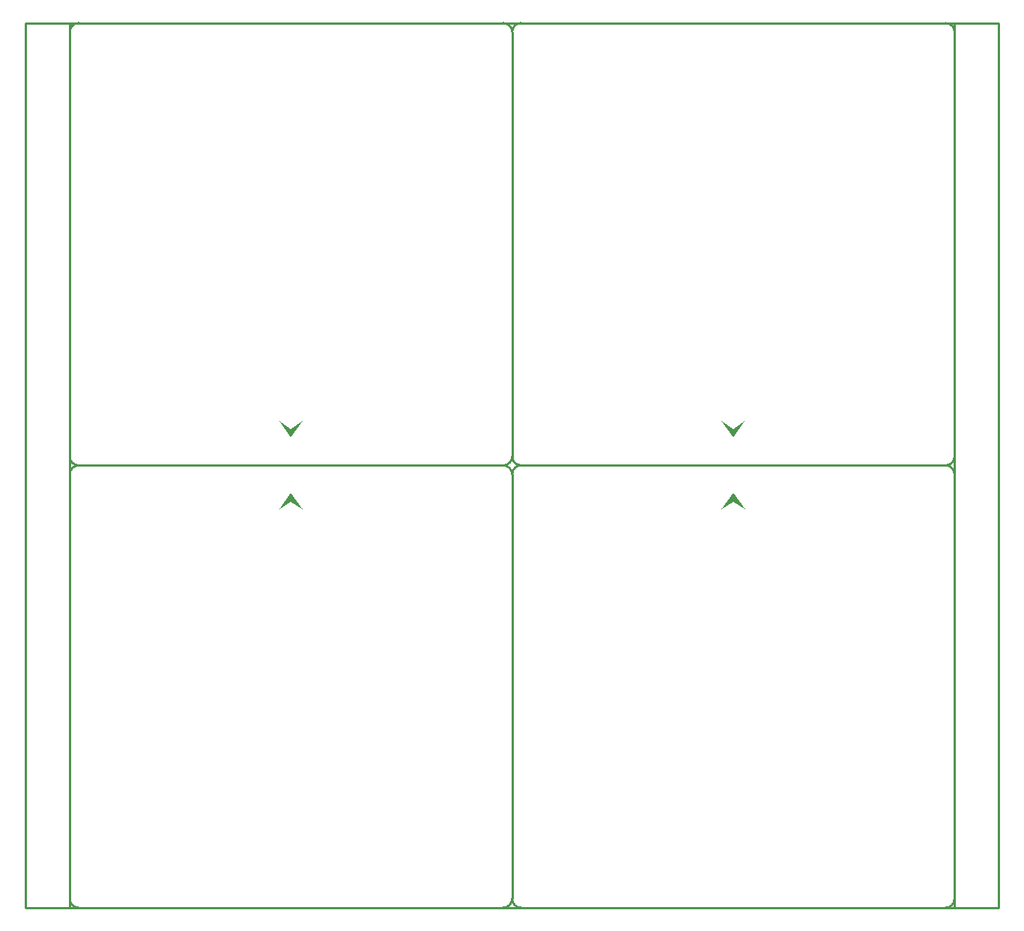
<source format=gm1>
G04*
G04 #@! TF.GenerationSoftware,Altium Limited,Altium Designer,21.2.2 (38)*
G04*
G04 Layer_Color=16711935*
%FSLAX24Y24*%
%MOIN*%
G70*
G04*
G04 #@! TF.SameCoordinates,7BEC17FB-94DA-460C-997F-5D10B4D38A6F*
G04*
G04*
G04 #@! TF.FilePolarity,Positive*
G04*
G01*
G75*
%ADD42C,0.0100*%
G36*
X29525Y1230D02*
X29005Y1970D01*
X29525Y1610D01*
X30045Y1970D01*
X29525Y1230D01*
D02*
G37*
G36*
X9840D02*
X9320Y1970D01*
X9840Y1610D01*
X10360Y1970D01*
X9840Y1230D01*
D02*
G37*
G36*
X30050Y-1970D02*
X29530Y-1610D01*
X29010Y-1970D01*
X29530Y-1230D01*
X30050Y-1970D01*
D02*
G37*
G36*
X10365D02*
X9845Y-1610D01*
X9325Y-1970D01*
X9845Y-1230D01*
X10365Y-1970D01*
D02*
G37*
D42*
X39370Y-19685D02*
Y19685D01*
X-1969Y-19685D02*
X41339D01*
X-1969Y19685D02*
X41339D01*
Y-19685D02*
Y19685D01*
X-1969Y-19685D02*
Y19685D01*
X0Y-19685D02*
Y19685D01*
X19291Y-0D02*
G03*
X19685Y394I-0J394D01*
G01*
X394Y19685D02*
G03*
X0Y19291I-0J-394D01*
G01*
X19685D02*
G03*
X19291Y19685I-394J0D01*
G01*
X0Y394D02*
G03*
X394Y0I394J0D01*
G01*
X19291Y-0D02*
G03*
X19685Y394I-0J394D01*
G01*
X394Y19685D02*
G03*
X0Y19291I-0J-394D01*
G01*
X19685D02*
G03*
X19291Y19685I-394J0D01*
G01*
X0Y394D02*
G03*
X394Y0I394J0D01*
G01*
X0Y394D02*
G03*
X394Y0I394J0D01*
G01*
X19685Y19291D02*
G03*
X19291Y19685I-394J0D01*
G01*
X394D02*
G03*
X0Y19291I-0J-394D01*
G01*
X19291Y-0D02*
G03*
X19685Y394I-0J394D01*
G01*
X394Y0D02*
X19291D01*
X0Y394D02*
Y19291D01*
X394Y19685D02*
X19291D01*
X19685Y394D02*
Y19291D01*
X394Y0D02*
X19291D01*
X0Y394D02*
Y19291D01*
X394Y19685D02*
X19291D01*
X19685Y394D02*
Y19291D01*
Y394D02*
Y19291D01*
X394Y19685D02*
X19291D01*
X0Y394D02*
Y19291D01*
X394Y0D02*
X19291D01*
X38976Y-0D02*
G03*
X39370Y394I-0J394D01*
G01*
X20079Y19685D02*
G03*
X19685Y19291I-0J-394D01*
G01*
X39370D02*
G03*
X38976Y19685I-394J0D01*
G01*
X19685Y394D02*
G03*
X20079Y0I394J0D01*
G01*
X38976Y-0D02*
G03*
X39370Y394I-0J394D01*
G01*
X20079Y19685D02*
G03*
X19685Y19291I-0J-394D01*
G01*
X39370D02*
G03*
X38976Y19685I-394J0D01*
G01*
X19685Y394D02*
G03*
X20079Y0I394J0D01*
G01*
X19685Y394D02*
G03*
X20079Y0I394J0D01*
G01*
X39370Y19291D02*
G03*
X38976Y19685I-394J0D01*
G01*
X20079D02*
G03*
X19685Y19291I-0J-394D01*
G01*
X38976Y-0D02*
G03*
X39370Y394I-0J394D01*
G01*
X20079Y0D02*
X38976D01*
X19685Y394D02*
Y19291D01*
X20079Y19685D02*
X38976D01*
X39370Y394D02*
Y19291D01*
X20079Y0D02*
X38976D01*
X19685Y394D02*
Y19291D01*
X20079Y19685D02*
X38976D01*
X39370Y394D02*
Y19291D01*
Y394D02*
Y19291D01*
X20079Y19685D02*
X38976D01*
X19685Y394D02*
Y19291D01*
X20079Y0D02*
X38976D01*
X20079Y0D02*
G03*
X19685Y-394I0J-394D01*
G01*
X38976Y-19685D02*
G03*
X39370Y-19291I0J394D01*
G01*
X19685D02*
G03*
X20079Y-19685I394J0D01*
G01*
X39370Y-394D02*
G03*
X38976Y0I-394J0D01*
G01*
X20079Y0D02*
G03*
X19685Y-394I0J-394D01*
G01*
X38976Y-19685D02*
G03*
X39370Y-19291I0J394D01*
G01*
X19685D02*
G03*
X20079Y-19685I394J0D01*
G01*
X39370Y-394D02*
G03*
X38976Y0I-394J0D01*
G01*
X39370Y-394D02*
G03*
X38976Y0I-394J0D01*
G01*
X19685Y-19291D02*
G03*
X20079Y-19685I394J0D01*
G01*
X38976D02*
G03*
X39370Y-19291I0J394D01*
G01*
X20079Y0D02*
G03*
X19685Y-394I0J-394D01*
G01*
X38976Y0D02*
X20079D01*
X39370Y-394D02*
Y-19291D01*
X38976Y-19685D02*
X20079D01*
X19685Y-394D02*
Y-19291D01*
X38976Y0D02*
X20079D01*
X39370Y-394D02*
Y-19291D01*
X38976Y-19685D02*
X20079D01*
X19685Y-394D02*
Y-19291D01*
Y-394D02*
Y-19291D01*
X38976Y-19685D02*
X20079D01*
X39370Y-394D02*
Y-19291D01*
X38976Y0D02*
X20079D01*
X394Y0D02*
G03*
X0Y-394I0J-394D01*
G01*
X19291Y-19685D02*
G03*
X19685Y-19291I0J394D01*
G01*
X0D02*
G03*
X394Y-19685I394J0D01*
G01*
X19685Y-394D02*
G03*
X19291Y0I-394J0D01*
G01*
X394Y0D02*
G03*
X0Y-394I0J-394D01*
G01*
X19291Y-19685D02*
G03*
X19685Y-19291I0J394D01*
G01*
X0D02*
G03*
X394Y-19685I394J0D01*
G01*
X19685Y-394D02*
G03*
X19291Y0I-394J0D01*
G01*
X19685Y-394D02*
G03*
X19291Y0I-394J0D01*
G01*
X0Y-19291D02*
G03*
X394Y-19685I394J0D01*
G01*
X19291D02*
G03*
X19685Y-19291I0J394D01*
G01*
X394Y0D02*
G03*
X0Y-394I0J-394D01*
G01*
X19291Y0D02*
X394D01*
X19685Y-394D02*
Y-19291D01*
X19291Y-19685D02*
X394D01*
X0Y-394D02*
Y-19291D01*
X19291Y0D02*
X394D01*
X19685Y-394D02*
Y-19291D01*
X19291Y-19685D02*
X394D01*
X0Y-394D02*
Y-19291D01*
Y-394D02*
Y-19291D01*
X19291Y-19685D02*
X394D01*
X19685Y-394D02*
Y-19291D01*
X19291Y0D02*
X394D01*
M02*

</source>
